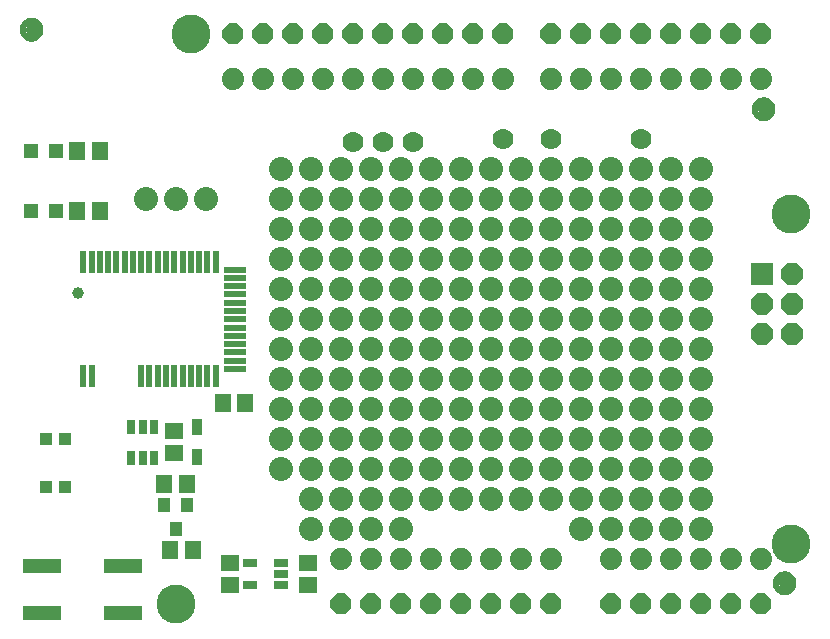
<source format=gbr>
G04 EAGLE Gerber RS-274X export*
G75*
%MOMM*%
%FSLAX34Y34*%
%LPD*%
%INSoldermask Top*%
%IPPOS*%
%AMOC8*
5,1,8,0,0,1.08239X$1,22.5*%
G01*
%ADD10C,3.301600*%
%ADD11C,1.101600*%
%ADD12C,0.500000*%
%ADD13P,1.924489X8X22.500000*%
%ADD14P,2.034460X8X22.500000*%
%ADD15R,1.879600X1.879600*%
%ADD16R,3.301600X1.301600*%
%ADD17C,1.879600*%
%ADD18R,0.551600X1.951600*%
%ADD19R,1.951600X0.551600*%
%ADD20C,1.001600*%
%ADD21R,1.301600X1.301600*%
%ADD22R,1.401600X1.601600*%
%ADD23R,1.101600X1.001600*%
%ADD24C,1.778000*%
%ADD25C,2.032000*%
%ADD26R,1.301600X0.651600*%
%ADD27R,1.601600X1.401600*%
%ADD28R,1.101600X1.301600*%
%ADD29R,0.651600X1.301600*%
%ADD30R,0.901600X1.451600*%


D10*
X139700Y25400D03*
X660400Y355600D03*
X660400Y76200D03*
X152400Y508000D03*
D11*
X637540Y444500D03*
D12*
X637540Y452000D02*
X637359Y451998D01*
X637178Y451991D01*
X636997Y451980D01*
X636816Y451965D01*
X636636Y451945D01*
X636456Y451921D01*
X636277Y451893D01*
X636099Y451860D01*
X635922Y451823D01*
X635745Y451782D01*
X635570Y451737D01*
X635395Y451687D01*
X635222Y451633D01*
X635051Y451575D01*
X634880Y451513D01*
X634712Y451446D01*
X634545Y451376D01*
X634379Y451302D01*
X634216Y451223D01*
X634055Y451141D01*
X633895Y451055D01*
X633738Y450965D01*
X633583Y450871D01*
X633430Y450774D01*
X633280Y450672D01*
X633132Y450568D01*
X632986Y450459D01*
X632844Y450348D01*
X632704Y450232D01*
X632567Y450114D01*
X632432Y449992D01*
X632301Y449867D01*
X632173Y449739D01*
X632048Y449608D01*
X631926Y449473D01*
X631808Y449336D01*
X631692Y449196D01*
X631581Y449054D01*
X631472Y448908D01*
X631368Y448760D01*
X631266Y448610D01*
X631169Y448457D01*
X631075Y448302D01*
X630985Y448145D01*
X630899Y447985D01*
X630817Y447824D01*
X630738Y447661D01*
X630664Y447495D01*
X630594Y447328D01*
X630527Y447160D01*
X630465Y446989D01*
X630407Y446818D01*
X630353Y446645D01*
X630303Y446470D01*
X630258Y446295D01*
X630217Y446118D01*
X630180Y445941D01*
X630147Y445763D01*
X630119Y445584D01*
X630095Y445404D01*
X630075Y445224D01*
X630060Y445043D01*
X630049Y444862D01*
X630042Y444681D01*
X630040Y444500D01*
X637540Y452000D02*
X637721Y451998D01*
X637902Y451991D01*
X638083Y451980D01*
X638264Y451965D01*
X638444Y451945D01*
X638624Y451921D01*
X638803Y451893D01*
X638981Y451860D01*
X639158Y451823D01*
X639335Y451782D01*
X639510Y451737D01*
X639685Y451687D01*
X639858Y451633D01*
X640029Y451575D01*
X640200Y451513D01*
X640368Y451446D01*
X640535Y451376D01*
X640701Y451302D01*
X640864Y451223D01*
X641025Y451141D01*
X641185Y451055D01*
X641342Y450965D01*
X641497Y450871D01*
X641650Y450774D01*
X641800Y450672D01*
X641948Y450568D01*
X642094Y450459D01*
X642236Y450348D01*
X642376Y450232D01*
X642513Y450114D01*
X642648Y449992D01*
X642779Y449867D01*
X642907Y449739D01*
X643032Y449608D01*
X643154Y449473D01*
X643272Y449336D01*
X643388Y449196D01*
X643499Y449054D01*
X643608Y448908D01*
X643712Y448760D01*
X643814Y448610D01*
X643911Y448457D01*
X644005Y448302D01*
X644095Y448145D01*
X644181Y447985D01*
X644263Y447824D01*
X644342Y447661D01*
X644416Y447495D01*
X644486Y447328D01*
X644553Y447160D01*
X644615Y446989D01*
X644673Y446818D01*
X644727Y446645D01*
X644777Y446470D01*
X644822Y446295D01*
X644863Y446118D01*
X644900Y445941D01*
X644933Y445763D01*
X644961Y445584D01*
X644985Y445404D01*
X645005Y445224D01*
X645020Y445043D01*
X645031Y444862D01*
X645038Y444681D01*
X645040Y444500D01*
X645038Y444319D01*
X645031Y444138D01*
X645020Y443957D01*
X645005Y443776D01*
X644985Y443596D01*
X644961Y443416D01*
X644933Y443237D01*
X644900Y443059D01*
X644863Y442882D01*
X644822Y442705D01*
X644777Y442530D01*
X644727Y442355D01*
X644673Y442182D01*
X644615Y442011D01*
X644553Y441840D01*
X644486Y441672D01*
X644416Y441505D01*
X644342Y441339D01*
X644263Y441176D01*
X644181Y441015D01*
X644095Y440855D01*
X644005Y440698D01*
X643911Y440543D01*
X643814Y440390D01*
X643712Y440240D01*
X643608Y440092D01*
X643499Y439946D01*
X643388Y439804D01*
X643272Y439664D01*
X643154Y439527D01*
X643032Y439392D01*
X642907Y439261D01*
X642779Y439133D01*
X642648Y439008D01*
X642513Y438886D01*
X642376Y438768D01*
X642236Y438652D01*
X642094Y438541D01*
X641948Y438432D01*
X641800Y438328D01*
X641650Y438226D01*
X641497Y438129D01*
X641342Y438035D01*
X641185Y437945D01*
X641025Y437859D01*
X640864Y437777D01*
X640701Y437698D01*
X640535Y437624D01*
X640368Y437554D01*
X640200Y437487D01*
X640029Y437425D01*
X639858Y437367D01*
X639685Y437313D01*
X639510Y437263D01*
X639335Y437218D01*
X639158Y437177D01*
X638981Y437140D01*
X638803Y437107D01*
X638624Y437079D01*
X638444Y437055D01*
X638264Y437035D01*
X638083Y437020D01*
X637902Y437009D01*
X637721Y437002D01*
X637540Y437000D01*
X637359Y437002D01*
X637178Y437009D01*
X636997Y437020D01*
X636816Y437035D01*
X636636Y437055D01*
X636456Y437079D01*
X636277Y437107D01*
X636099Y437140D01*
X635922Y437177D01*
X635745Y437218D01*
X635570Y437263D01*
X635395Y437313D01*
X635222Y437367D01*
X635051Y437425D01*
X634880Y437487D01*
X634712Y437554D01*
X634545Y437624D01*
X634379Y437698D01*
X634216Y437777D01*
X634055Y437859D01*
X633895Y437945D01*
X633738Y438035D01*
X633583Y438129D01*
X633430Y438226D01*
X633280Y438328D01*
X633132Y438432D01*
X632986Y438541D01*
X632844Y438652D01*
X632704Y438768D01*
X632567Y438886D01*
X632432Y439008D01*
X632301Y439133D01*
X632173Y439261D01*
X632048Y439392D01*
X631926Y439527D01*
X631808Y439664D01*
X631692Y439804D01*
X631581Y439946D01*
X631472Y440092D01*
X631368Y440240D01*
X631266Y440390D01*
X631169Y440543D01*
X631075Y440698D01*
X630985Y440855D01*
X630899Y441015D01*
X630817Y441176D01*
X630738Y441339D01*
X630664Y441505D01*
X630594Y441672D01*
X630527Y441840D01*
X630465Y442011D01*
X630407Y442182D01*
X630353Y442355D01*
X630303Y442530D01*
X630258Y442705D01*
X630217Y442882D01*
X630180Y443059D01*
X630147Y443237D01*
X630119Y443416D01*
X630095Y443596D01*
X630075Y443776D01*
X630060Y443957D01*
X630049Y444138D01*
X630042Y444319D01*
X630040Y444500D01*
D11*
X655320Y43180D03*
D12*
X655320Y50680D02*
X655139Y50678D01*
X654958Y50671D01*
X654777Y50660D01*
X654596Y50645D01*
X654416Y50625D01*
X654236Y50601D01*
X654057Y50573D01*
X653879Y50540D01*
X653702Y50503D01*
X653525Y50462D01*
X653350Y50417D01*
X653175Y50367D01*
X653002Y50313D01*
X652831Y50255D01*
X652660Y50193D01*
X652492Y50126D01*
X652325Y50056D01*
X652159Y49982D01*
X651996Y49903D01*
X651835Y49821D01*
X651675Y49735D01*
X651518Y49645D01*
X651363Y49551D01*
X651210Y49454D01*
X651060Y49352D01*
X650912Y49248D01*
X650766Y49139D01*
X650624Y49028D01*
X650484Y48912D01*
X650347Y48794D01*
X650212Y48672D01*
X650081Y48547D01*
X649953Y48419D01*
X649828Y48288D01*
X649706Y48153D01*
X649588Y48016D01*
X649472Y47876D01*
X649361Y47734D01*
X649252Y47588D01*
X649148Y47440D01*
X649046Y47290D01*
X648949Y47137D01*
X648855Y46982D01*
X648765Y46825D01*
X648679Y46665D01*
X648597Y46504D01*
X648518Y46341D01*
X648444Y46175D01*
X648374Y46008D01*
X648307Y45840D01*
X648245Y45669D01*
X648187Y45498D01*
X648133Y45325D01*
X648083Y45150D01*
X648038Y44975D01*
X647997Y44798D01*
X647960Y44621D01*
X647927Y44443D01*
X647899Y44264D01*
X647875Y44084D01*
X647855Y43904D01*
X647840Y43723D01*
X647829Y43542D01*
X647822Y43361D01*
X647820Y43180D01*
X655320Y50680D02*
X655501Y50678D01*
X655682Y50671D01*
X655863Y50660D01*
X656044Y50645D01*
X656224Y50625D01*
X656404Y50601D01*
X656583Y50573D01*
X656761Y50540D01*
X656938Y50503D01*
X657115Y50462D01*
X657290Y50417D01*
X657465Y50367D01*
X657638Y50313D01*
X657809Y50255D01*
X657980Y50193D01*
X658148Y50126D01*
X658315Y50056D01*
X658481Y49982D01*
X658644Y49903D01*
X658805Y49821D01*
X658965Y49735D01*
X659122Y49645D01*
X659277Y49551D01*
X659430Y49454D01*
X659580Y49352D01*
X659728Y49248D01*
X659874Y49139D01*
X660016Y49028D01*
X660156Y48912D01*
X660293Y48794D01*
X660428Y48672D01*
X660559Y48547D01*
X660687Y48419D01*
X660812Y48288D01*
X660934Y48153D01*
X661052Y48016D01*
X661168Y47876D01*
X661279Y47734D01*
X661388Y47588D01*
X661492Y47440D01*
X661594Y47290D01*
X661691Y47137D01*
X661785Y46982D01*
X661875Y46825D01*
X661961Y46665D01*
X662043Y46504D01*
X662122Y46341D01*
X662196Y46175D01*
X662266Y46008D01*
X662333Y45840D01*
X662395Y45669D01*
X662453Y45498D01*
X662507Y45325D01*
X662557Y45150D01*
X662602Y44975D01*
X662643Y44798D01*
X662680Y44621D01*
X662713Y44443D01*
X662741Y44264D01*
X662765Y44084D01*
X662785Y43904D01*
X662800Y43723D01*
X662811Y43542D01*
X662818Y43361D01*
X662820Y43180D01*
X662818Y42999D01*
X662811Y42818D01*
X662800Y42637D01*
X662785Y42456D01*
X662765Y42276D01*
X662741Y42096D01*
X662713Y41917D01*
X662680Y41739D01*
X662643Y41562D01*
X662602Y41385D01*
X662557Y41210D01*
X662507Y41035D01*
X662453Y40862D01*
X662395Y40691D01*
X662333Y40520D01*
X662266Y40352D01*
X662196Y40185D01*
X662122Y40019D01*
X662043Y39856D01*
X661961Y39695D01*
X661875Y39535D01*
X661785Y39378D01*
X661691Y39223D01*
X661594Y39070D01*
X661492Y38920D01*
X661388Y38772D01*
X661279Y38626D01*
X661168Y38484D01*
X661052Y38344D01*
X660934Y38207D01*
X660812Y38072D01*
X660687Y37941D01*
X660559Y37813D01*
X660428Y37688D01*
X660293Y37566D01*
X660156Y37448D01*
X660016Y37332D01*
X659874Y37221D01*
X659728Y37112D01*
X659580Y37008D01*
X659430Y36906D01*
X659277Y36809D01*
X659122Y36715D01*
X658965Y36625D01*
X658805Y36539D01*
X658644Y36457D01*
X658481Y36378D01*
X658315Y36304D01*
X658148Y36234D01*
X657980Y36167D01*
X657809Y36105D01*
X657638Y36047D01*
X657465Y35993D01*
X657290Y35943D01*
X657115Y35898D01*
X656938Y35857D01*
X656761Y35820D01*
X656583Y35787D01*
X656404Y35759D01*
X656224Y35735D01*
X656044Y35715D01*
X655863Y35700D01*
X655682Y35689D01*
X655501Y35682D01*
X655320Y35680D01*
X655139Y35682D01*
X654958Y35689D01*
X654777Y35700D01*
X654596Y35715D01*
X654416Y35735D01*
X654236Y35759D01*
X654057Y35787D01*
X653879Y35820D01*
X653702Y35857D01*
X653525Y35898D01*
X653350Y35943D01*
X653175Y35993D01*
X653002Y36047D01*
X652831Y36105D01*
X652660Y36167D01*
X652492Y36234D01*
X652325Y36304D01*
X652159Y36378D01*
X651996Y36457D01*
X651835Y36539D01*
X651675Y36625D01*
X651518Y36715D01*
X651363Y36809D01*
X651210Y36906D01*
X651060Y37008D01*
X650912Y37112D01*
X650766Y37221D01*
X650624Y37332D01*
X650484Y37448D01*
X650347Y37566D01*
X650212Y37688D01*
X650081Y37813D01*
X649953Y37941D01*
X649828Y38072D01*
X649706Y38207D01*
X649588Y38344D01*
X649472Y38484D01*
X649361Y38626D01*
X649252Y38772D01*
X649148Y38920D01*
X649046Y39070D01*
X648949Y39223D01*
X648855Y39378D01*
X648765Y39535D01*
X648679Y39695D01*
X648597Y39856D01*
X648518Y40019D01*
X648444Y40185D01*
X648374Y40352D01*
X648307Y40520D01*
X648245Y40691D01*
X648187Y40862D01*
X648133Y41035D01*
X648083Y41210D01*
X648038Y41385D01*
X647997Y41562D01*
X647960Y41739D01*
X647927Y41917D01*
X647899Y42096D01*
X647875Y42276D01*
X647855Y42456D01*
X647840Y42637D01*
X647829Y42818D01*
X647822Y42999D01*
X647820Y43180D01*
D11*
X17780Y511810D03*
D12*
X17780Y519310D02*
X17599Y519308D01*
X17418Y519301D01*
X17237Y519290D01*
X17056Y519275D01*
X16876Y519255D01*
X16696Y519231D01*
X16517Y519203D01*
X16339Y519170D01*
X16162Y519133D01*
X15985Y519092D01*
X15810Y519047D01*
X15635Y518997D01*
X15462Y518943D01*
X15291Y518885D01*
X15120Y518823D01*
X14952Y518756D01*
X14785Y518686D01*
X14619Y518612D01*
X14456Y518533D01*
X14295Y518451D01*
X14135Y518365D01*
X13978Y518275D01*
X13823Y518181D01*
X13670Y518084D01*
X13520Y517982D01*
X13372Y517878D01*
X13226Y517769D01*
X13084Y517658D01*
X12944Y517542D01*
X12807Y517424D01*
X12672Y517302D01*
X12541Y517177D01*
X12413Y517049D01*
X12288Y516918D01*
X12166Y516783D01*
X12048Y516646D01*
X11932Y516506D01*
X11821Y516364D01*
X11712Y516218D01*
X11608Y516070D01*
X11506Y515920D01*
X11409Y515767D01*
X11315Y515612D01*
X11225Y515455D01*
X11139Y515295D01*
X11057Y515134D01*
X10978Y514971D01*
X10904Y514805D01*
X10834Y514638D01*
X10767Y514470D01*
X10705Y514299D01*
X10647Y514128D01*
X10593Y513955D01*
X10543Y513780D01*
X10498Y513605D01*
X10457Y513428D01*
X10420Y513251D01*
X10387Y513073D01*
X10359Y512894D01*
X10335Y512714D01*
X10315Y512534D01*
X10300Y512353D01*
X10289Y512172D01*
X10282Y511991D01*
X10280Y511810D01*
X17780Y519310D02*
X17961Y519308D01*
X18142Y519301D01*
X18323Y519290D01*
X18504Y519275D01*
X18684Y519255D01*
X18864Y519231D01*
X19043Y519203D01*
X19221Y519170D01*
X19398Y519133D01*
X19575Y519092D01*
X19750Y519047D01*
X19925Y518997D01*
X20098Y518943D01*
X20269Y518885D01*
X20440Y518823D01*
X20608Y518756D01*
X20775Y518686D01*
X20941Y518612D01*
X21104Y518533D01*
X21265Y518451D01*
X21425Y518365D01*
X21582Y518275D01*
X21737Y518181D01*
X21890Y518084D01*
X22040Y517982D01*
X22188Y517878D01*
X22334Y517769D01*
X22476Y517658D01*
X22616Y517542D01*
X22753Y517424D01*
X22888Y517302D01*
X23019Y517177D01*
X23147Y517049D01*
X23272Y516918D01*
X23394Y516783D01*
X23512Y516646D01*
X23628Y516506D01*
X23739Y516364D01*
X23848Y516218D01*
X23952Y516070D01*
X24054Y515920D01*
X24151Y515767D01*
X24245Y515612D01*
X24335Y515455D01*
X24421Y515295D01*
X24503Y515134D01*
X24582Y514971D01*
X24656Y514805D01*
X24726Y514638D01*
X24793Y514470D01*
X24855Y514299D01*
X24913Y514128D01*
X24967Y513955D01*
X25017Y513780D01*
X25062Y513605D01*
X25103Y513428D01*
X25140Y513251D01*
X25173Y513073D01*
X25201Y512894D01*
X25225Y512714D01*
X25245Y512534D01*
X25260Y512353D01*
X25271Y512172D01*
X25278Y511991D01*
X25280Y511810D01*
X25278Y511629D01*
X25271Y511448D01*
X25260Y511267D01*
X25245Y511086D01*
X25225Y510906D01*
X25201Y510726D01*
X25173Y510547D01*
X25140Y510369D01*
X25103Y510192D01*
X25062Y510015D01*
X25017Y509840D01*
X24967Y509665D01*
X24913Y509492D01*
X24855Y509321D01*
X24793Y509150D01*
X24726Y508982D01*
X24656Y508815D01*
X24582Y508649D01*
X24503Y508486D01*
X24421Y508325D01*
X24335Y508165D01*
X24245Y508008D01*
X24151Y507853D01*
X24054Y507700D01*
X23952Y507550D01*
X23848Y507402D01*
X23739Y507256D01*
X23628Y507114D01*
X23512Y506974D01*
X23394Y506837D01*
X23272Y506702D01*
X23147Y506571D01*
X23019Y506443D01*
X22888Y506318D01*
X22753Y506196D01*
X22616Y506078D01*
X22476Y505962D01*
X22334Y505851D01*
X22188Y505742D01*
X22040Y505638D01*
X21890Y505536D01*
X21737Y505439D01*
X21582Y505345D01*
X21425Y505255D01*
X21265Y505169D01*
X21104Y505087D01*
X20941Y505008D01*
X20775Y504934D01*
X20608Y504864D01*
X20440Y504797D01*
X20269Y504735D01*
X20098Y504677D01*
X19925Y504623D01*
X19750Y504573D01*
X19575Y504528D01*
X19398Y504487D01*
X19221Y504450D01*
X19043Y504417D01*
X18864Y504389D01*
X18684Y504365D01*
X18504Y504345D01*
X18323Y504330D01*
X18142Y504319D01*
X17961Y504312D01*
X17780Y504310D01*
X17599Y504312D01*
X17418Y504319D01*
X17237Y504330D01*
X17056Y504345D01*
X16876Y504365D01*
X16696Y504389D01*
X16517Y504417D01*
X16339Y504450D01*
X16162Y504487D01*
X15985Y504528D01*
X15810Y504573D01*
X15635Y504623D01*
X15462Y504677D01*
X15291Y504735D01*
X15120Y504797D01*
X14952Y504864D01*
X14785Y504934D01*
X14619Y505008D01*
X14456Y505087D01*
X14295Y505169D01*
X14135Y505255D01*
X13978Y505345D01*
X13823Y505439D01*
X13670Y505536D01*
X13520Y505638D01*
X13372Y505742D01*
X13226Y505851D01*
X13084Y505962D01*
X12944Y506078D01*
X12807Y506196D01*
X12672Y506318D01*
X12541Y506443D01*
X12413Y506571D01*
X12288Y506702D01*
X12166Y506837D01*
X12048Y506974D01*
X11932Y507114D01*
X11821Y507256D01*
X11712Y507402D01*
X11608Y507550D01*
X11506Y507700D01*
X11409Y507853D01*
X11315Y508008D01*
X11225Y508165D01*
X11139Y508325D01*
X11057Y508486D01*
X10978Y508649D01*
X10904Y508815D01*
X10834Y508982D01*
X10767Y509150D01*
X10705Y509321D01*
X10647Y509492D01*
X10593Y509665D01*
X10543Y509840D01*
X10498Y510015D01*
X10457Y510192D01*
X10420Y510369D01*
X10387Y510547D01*
X10359Y510726D01*
X10335Y510906D01*
X10315Y511086D01*
X10300Y511267D01*
X10289Y511448D01*
X10282Y511629D01*
X10280Y511810D01*
D13*
X533400Y508000D03*
X508000Y25400D03*
X558800Y508000D03*
X584200Y508000D03*
X609600Y508000D03*
X635000Y508000D03*
X508000Y508000D03*
X482600Y508000D03*
X457200Y508000D03*
X416560Y508000D03*
X391160Y508000D03*
X365760Y508000D03*
X340360Y508000D03*
X314960Y508000D03*
X289560Y508000D03*
X264160Y508000D03*
X238760Y508000D03*
X533400Y25400D03*
X558800Y25400D03*
X584200Y25400D03*
X609600Y25400D03*
X635000Y25400D03*
X457200Y25400D03*
X431800Y25400D03*
X406400Y25400D03*
X381000Y25400D03*
X355600Y25400D03*
X330200Y25400D03*
X213360Y508000D03*
X187960Y508000D03*
X304800Y25400D03*
X279400Y25400D03*
D14*
X661670Y279400D03*
X636270Y279400D03*
D15*
X636270Y304800D03*
D14*
X661670Y304800D03*
X661670Y254000D03*
X636270Y254000D03*
D16*
X26960Y58100D03*
X94960Y58100D03*
X94960Y18100D03*
X26960Y18100D03*
D17*
X457200Y469900D03*
X482600Y469900D03*
X508000Y469900D03*
X533400Y469900D03*
X558800Y469900D03*
X584200Y469900D03*
X609600Y469900D03*
X635000Y469900D03*
X457200Y63500D03*
X431800Y63500D03*
X406400Y63500D03*
X381000Y63500D03*
X355600Y63500D03*
X330200Y63500D03*
X304800Y63500D03*
X279400Y63500D03*
X635000Y63500D03*
X609600Y63500D03*
X584200Y63500D03*
X558800Y63500D03*
X533400Y63500D03*
X508000Y63500D03*
X187960Y469900D03*
X213360Y469900D03*
X238760Y469900D03*
X264160Y469900D03*
X289560Y469900D03*
X314960Y469900D03*
X340360Y469900D03*
X365760Y469900D03*
X391160Y469900D03*
X416560Y469900D03*
D18*
X61600Y218450D03*
X68600Y218450D03*
X110600Y218450D03*
X117600Y218450D03*
X124600Y218450D03*
X131600Y218450D03*
X138600Y218450D03*
X145600Y218450D03*
X152600Y218450D03*
X159600Y218450D03*
X166600Y218450D03*
X173600Y218450D03*
D19*
X189850Y224700D03*
X189850Y231700D03*
X189850Y238700D03*
X189850Y245700D03*
X189850Y252700D03*
X189850Y259700D03*
X189850Y266700D03*
X189850Y273700D03*
X189850Y280700D03*
X189850Y287700D03*
X189850Y294700D03*
X189850Y301700D03*
X189850Y308700D03*
D18*
X173600Y314950D03*
X166600Y314950D03*
X159600Y314950D03*
X152600Y314950D03*
X145600Y314950D03*
X138600Y314950D03*
X131600Y314950D03*
X124600Y314950D03*
X117600Y314950D03*
X110600Y314950D03*
X103600Y314950D03*
X96600Y314950D03*
X89600Y314950D03*
X82600Y314950D03*
X75600Y314950D03*
X68600Y314950D03*
X61600Y314950D03*
D20*
X57100Y288700D03*
D21*
X17440Y408940D03*
X38440Y408940D03*
X17440Y358140D03*
X38440Y358140D03*
D22*
X75540Y408940D03*
X56540Y408940D03*
X75540Y358140D03*
X56540Y358140D03*
X198730Y195580D03*
X179730Y195580D03*
D23*
X46100Y124280D03*
X30100Y124280D03*
X30100Y165280D03*
X46100Y165280D03*
D24*
X416560Y419100D03*
X457200Y419100D03*
X533400Y419100D03*
D25*
X165100Y368300D03*
X139700Y368300D03*
X114300Y368300D03*
D26*
X228900Y41300D03*
X228900Y50800D03*
X228900Y60300D03*
X202900Y60300D03*
X202900Y41300D03*
D27*
X185420Y41300D03*
X185420Y60300D03*
X251460Y41300D03*
X251460Y60300D03*
D22*
X154280Y71120D03*
X135280Y71120D03*
D28*
X139700Y89060D03*
X130200Y109060D03*
X149200Y109060D03*
D22*
X149200Y127000D03*
X130200Y127000D03*
D29*
X102260Y149560D03*
X111760Y149560D03*
X121260Y149560D03*
X121260Y175560D03*
X111760Y175560D03*
X102260Y175560D03*
D30*
X157480Y149860D03*
X157480Y175260D03*
D27*
X138430Y153060D03*
X138430Y172060D03*
D24*
X314960Y416560D03*
X289560Y416560D03*
X340360Y416560D03*
D25*
X482600Y88900D03*
X508000Y88900D03*
X533400Y88900D03*
X558800Y88900D03*
X584200Y88900D03*
X406400Y114300D03*
X431800Y114300D03*
X457200Y114300D03*
X482600Y114300D03*
X508000Y114300D03*
X533400Y114300D03*
X558800Y114300D03*
X584200Y114300D03*
X279400Y88900D03*
X330200Y88900D03*
X304800Y88900D03*
X254000Y88900D03*
X584200Y368300D03*
X558800Y368300D03*
X533400Y368300D03*
X508000Y368300D03*
X482600Y368300D03*
X457200Y368300D03*
X431800Y368300D03*
X406400Y368300D03*
X381000Y368300D03*
X584200Y342900D03*
X558800Y342900D03*
X533400Y342900D03*
X508000Y342900D03*
X482600Y342900D03*
X457200Y342900D03*
X431800Y342900D03*
X406400Y342900D03*
X381000Y342900D03*
X355600Y342900D03*
X330200Y342900D03*
X304800Y342900D03*
X279400Y342900D03*
X254000Y342900D03*
X254000Y317500D03*
X279400Y317500D03*
X304800Y317500D03*
X330200Y317500D03*
X355600Y317500D03*
X381000Y317500D03*
X406400Y317500D03*
X431800Y317500D03*
X457200Y317500D03*
X482600Y317500D03*
X508000Y317500D03*
X533400Y317500D03*
X558800Y317500D03*
X584200Y317500D03*
X584200Y292100D03*
X558800Y292100D03*
X533400Y292100D03*
X508000Y292100D03*
X482600Y292100D03*
X457200Y292100D03*
X431800Y292100D03*
X406400Y292100D03*
X381000Y292100D03*
X355600Y292100D03*
X330200Y292100D03*
X304800Y292100D03*
X279400Y292100D03*
X254000Y292100D03*
X254000Y266700D03*
X279400Y266700D03*
X304800Y266700D03*
X330200Y266700D03*
X355600Y266700D03*
X381000Y266700D03*
X406400Y266700D03*
X431800Y266700D03*
X457200Y266700D03*
X482600Y266700D03*
X508000Y266700D03*
X533400Y266700D03*
X558800Y266700D03*
X584200Y266700D03*
X254000Y241300D03*
X254000Y215900D03*
X254000Y190500D03*
X254000Y165100D03*
X254000Y139700D03*
X279400Y139700D03*
X279400Y165100D03*
X279400Y190500D03*
X279400Y215900D03*
X279400Y241300D03*
X304800Y241300D03*
X304800Y215900D03*
X304800Y190500D03*
X304800Y165100D03*
X304800Y139700D03*
X330200Y139700D03*
X330200Y165100D03*
X330200Y190500D03*
X330200Y215900D03*
X330200Y241300D03*
X355600Y241300D03*
X355600Y215900D03*
X355600Y190500D03*
X355600Y165100D03*
X355600Y139700D03*
X381000Y139700D03*
X381000Y165100D03*
X381000Y190500D03*
X381000Y215900D03*
X381000Y241300D03*
X406400Y241300D03*
X406400Y215900D03*
X406400Y190500D03*
X406400Y165100D03*
X406400Y139700D03*
X431800Y139700D03*
X431800Y165100D03*
X431800Y190500D03*
X431800Y215900D03*
X431800Y241300D03*
X457200Y241300D03*
X482600Y241300D03*
X508000Y241300D03*
X533400Y241300D03*
X558800Y241300D03*
X584200Y241300D03*
X584200Y215900D03*
X558800Y215900D03*
X533400Y215900D03*
X508000Y215900D03*
X482600Y215900D03*
X457200Y215900D03*
X457200Y190500D03*
X457200Y165100D03*
X457200Y139700D03*
X482600Y139700D03*
X482600Y165100D03*
X482600Y190500D03*
X508000Y190500D03*
X508000Y165100D03*
X508000Y139700D03*
X584200Y139700D03*
X584200Y165100D03*
X584200Y190500D03*
X558800Y190500D03*
X533400Y190500D03*
X533400Y165100D03*
X533400Y139700D03*
X558800Y139700D03*
X558800Y165100D03*
X355600Y368300D03*
X330200Y368300D03*
X304800Y368300D03*
X279400Y368300D03*
X254000Y368300D03*
X381000Y114300D03*
X355600Y114300D03*
X330200Y114300D03*
X304800Y114300D03*
X279400Y114300D03*
X254000Y114300D03*
X254000Y393700D03*
X279400Y393700D03*
X304800Y393700D03*
X330200Y393700D03*
X355600Y393700D03*
X381000Y393700D03*
X406400Y393700D03*
X431800Y393700D03*
X457200Y393700D03*
X482600Y393700D03*
X508000Y393700D03*
X533400Y393700D03*
X558800Y393700D03*
X584200Y393700D03*
X228600Y393700D03*
X228600Y368300D03*
X228600Y342900D03*
X228600Y317500D03*
X228600Y292100D03*
X228600Y266700D03*
X228600Y241300D03*
X228600Y215900D03*
X228600Y190500D03*
X228600Y165100D03*
X228600Y139700D03*
M02*

</source>
